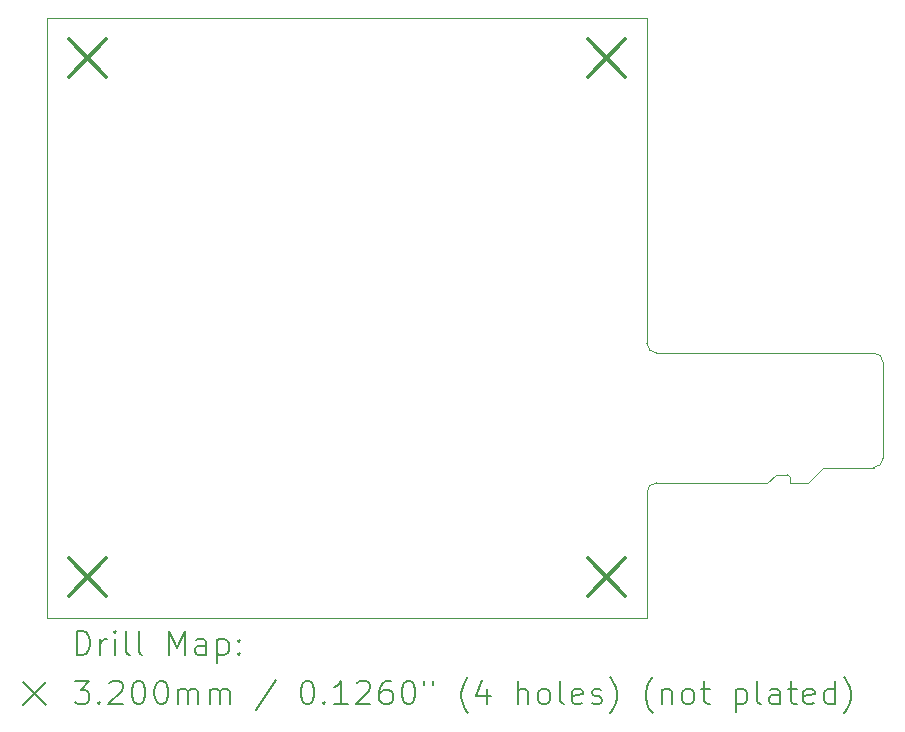
<source format=gbr>
%FSLAX45Y45*%
G04 Gerber Fmt 4.5, Leading zero omitted, Abs format (unit mm)*
G04 Created by KiCad (PCBNEW 6.0.0) date 2022-01-02 17:59:28*
%MOMM*%
%LPD*%
G01*
G04 APERTURE LIST*
%TA.AperFunction,Profile*%
%ADD10C,0.100000*%
%TD*%
%ADD11C,0.200000*%
%ADD12C,0.320000*%
G04 APERTURE END LIST*
D10*
X17272000Y-6985000D02*
X12192000Y-6985000D01*
X18482000Y-10875000D02*
X18482000Y-10925000D01*
X19272000Y-9905000D02*
G75*
G03*
X19192000Y-9825000I-80000J0D01*
G01*
X17272000Y-12065000D02*
X17272000Y-11005000D01*
X17352000Y-10925000D02*
X18292000Y-10925000D01*
X19192000Y-10795000D02*
G75*
G03*
X19272000Y-10715000I0J80000D01*
G01*
X19272000Y-10715000D02*
X19272000Y-9905000D01*
X18482000Y-10875000D02*
G75*
G03*
X18462000Y-10855000I-20000J0D01*
G01*
X12192000Y-6985000D02*
X12192000Y-12065000D01*
X18632000Y-10925000D02*
X18762000Y-10795000D01*
X19192000Y-9825000D02*
X17352000Y-9825000D01*
X17272000Y-12065000D02*
X12192000Y-12065000D01*
X17272000Y-9745000D02*
G75*
G03*
X17352000Y-9825000I80000J0D01*
G01*
X19192000Y-10795000D02*
X18762000Y-10795000D01*
X18482000Y-10925000D02*
X18632000Y-10925000D01*
X17352000Y-10925000D02*
G75*
G03*
X17272000Y-11005000I0J-80000D01*
G01*
X17272000Y-9715500D02*
X17272000Y-6985000D01*
X18362000Y-10855000D02*
X18462000Y-10855000D01*
X18362000Y-10855000D02*
X18292000Y-10925000D01*
X17272000Y-9745000D02*
X17272000Y-9715500D01*
D11*
D12*
X12374900Y-7167900D02*
X12694900Y-7487900D01*
X12694900Y-7167900D02*
X12374900Y-7487900D01*
X12374900Y-11562100D02*
X12694900Y-11882100D01*
X12694900Y-11562100D02*
X12374900Y-11882100D01*
X16769100Y-7167900D02*
X17089100Y-7487900D01*
X17089100Y-7167900D02*
X16769100Y-7487900D01*
X16769100Y-11562100D02*
X17089100Y-11882100D01*
X17089100Y-11562100D02*
X16769100Y-11882100D01*
D11*
X12444619Y-12380476D02*
X12444619Y-12180476D01*
X12492238Y-12180476D01*
X12520809Y-12190000D01*
X12539857Y-12209048D01*
X12549381Y-12228095D01*
X12558905Y-12266190D01*
X12558905Y-12294762D01*
X12549381Y-12332857D01*
X12539857Y-12351905D01*
X12520809Y-12370952D01*
X12492238Y-12380476D01*
X12444619Y-12380476D01*
X12644619Y-12380476D02*
X12644619Y-12247143D01*
X12644619Y-12285238D02*
X12654143Y-12266190D01*
X12663667Y-12256667D01*
X12682714Y-12247143D01*
X12701762Y-12247143D01*
X12768428Y-12380476D02*
X12768428Y-12247143D01*
X12768428Y-12180476D02*
X12758905Y-12190000D01*
X12768428Y-12199524D01*
X12777952Y-12190000D01*
X12768428Y-12180476D01*
X12768428Y-12199524D01*
X12892238Y-12380476D02*
X12873190Y-12370952D01*
X12863667Y-12351905D01*
X12863667Y-12180476D01*
X12997000Y-12380476D02*
X12977952Y-12370952D01*
X12968428Y-12351905D01*
X12968428Y-12180476D01*
X13225571Y-12380476D02*
X13225571Y-12180476D01*
X13292238Y-12323333D01*
X13358905Y-12180476D01*
X13358905Y-12380476D01*
X13539857Y-12380476D02*
X13539857Y-12275714D01*
X13530333Y-12256667D01*
X13511286Y-12247143D01*
X13473190Y-12247143D01*
X13454143Y-12256667D01*
X13539857Y-12370952D02*
X13520809Y-12380476D01*
X13473190Y-12380476D01*
X13454143Y-12370952D01*
X13444619Y-12351905D01*
X13444619Y-12332857D01*
X13454143Y-12313809D01*
X13473190Y-12304286D01*
X13520809Y-12304286D01*
X13539857Y-12294762D01*
X13635095Y-12247143D02*
X13635095Y-12447143D01*
X13635095Y-12256667D02*
X13654143Y-12247143D01*
X13692238Y-12247143D01*
X13711286Y-12256667D01*
X13720809Y-12266190D01*
X13730333Y-12285238D01*
X13730333Y-12342381D01*
X13720809Y-12361428D01*
X13711286Y-12370952D01*
X13692238Y-12380476D01*
X13654143Y-12380476D01*
X13635095Y-12370952D01*
X13816048Y-12361428D02*
X13825571Y-12370952D01*
X13816048Y-12380476D01*
X13806524Y-12370952D01*
X13816048Y-12361428D01*
X13816048Y-12380476D01*
X13816048Y-12256667D02*
X13825571Y-12266190D01*
X13816048Y-12275714D01*
X13806524Y-12266190D01*
X13816048Y-12256667D01*
X13816048Y-12275714D01*
X11987000Y-12610000D02*
X12187000Y-12810000D01*
X12187000Y-12610000D02*
X11987000Y-12810000D01*
X12425571Y-12600476D02*
X12549381Y-12600476D01*
X12482714Y-12676667D01*
X12511286Y-12676667D01*
X12530333Y-12686190D01*
X12539857Y-12695714D01*
X12549381Y-12714762D01*
X12549381Y-12762381D01*
X12539857Y-12781428D01*
X12530333Y-12790952D01*
X12511286Y-12800476D01*
X12454143Y-12800476D01*
X12435095Y-12790952D01*
X12425571Y-12781428D01*
X12635095Y-12781428D02*
X12644619Y-12790952D01*
X12635095Y-12800476D01*
X12625571Y-12790952D01*
X12635095Y-12781428D01*
X12635095Y-12800476D01*
X12720809Y-12619524D02*
X12730333Y-12610000D01*
X12749381Y-12600476D01*
X12797000Y-12600476D01*
X12816048Y-12610000D01*
X12825571Y-12619524D01*
X12835095Y-12638571D01*
X12835095Y-12657619D01*
X12825571Y-12686190D01*
X12711286Y-12800476D01*
X12835095Y-12800476D01*
X12958905Y-12600476D02*
X12977952Y-12600476D01*
X12997000Y-12610000D01*
X13006524Y-12619524D01*
X13016048Y-12638571D01*
X13025571Y-12676667D01*
X13025571Y-12724286D01*
X13016048Y-12762381D01*
X13006524Y-12781428D01*
X12997000Y-12790952D01*
X12977952Y-12800476D01*
X12958905Y-12800476D01*
X12939857Y-12790952D01*
X12930333Y-12781428D01*
X12920809Y-12762381D01*
X12911286Y-12724286D01*
X12911286Y-12676667D01*
X12920809Y-12638571D01*
X12930333Y-12619524D01*
X12939857Y-12610000D01*
X12958905Y-12600476D01*
X13149381Y-12600476D02*
X13168428Y-12600476D01*
X13187476Y-12610000D01*
X13197000Y-12619524D01*
X13206524Y-12638571D01*
X13216048Y-12676667D01*
X13216048Y-12724286D01*
X13206524Y-12762381D01*
X13197000Y-12781428D01*
X13187476Y-12790952D01*
X13168428Y-12800476D01*
X13149381Y-12800476D01*
X13130333Y-12790952D01*
X13120809Y-12781428D01*
X13111286Y-12762381D01*
X13101762Y-12724286D01*
X13101762Y-12676667D01*
X13111286Y-12638571D01*
X13120809Y-12619524D01*
X13130333Y-12610000D01*
X13149381Y-12600476D01*
X13301762Y-12800476D02*
X13301762Y-12667143D01*
X13301762Y-12686190D02*
X13311286Y-12676667D01*
X13330333Y-12667143D01*
X13358905Y-12667143D01*
X13377952Y-12676667D01*
X13387476Y-12695714D01*
X13387476Y-12800476D01*
X13387476Y-12695714D02*
X13397000Y-12676667D01*
X13416048Y-12667143D01*
X13444619Y-12667143D01*
X13463667Y-12676667D01*
X13473190Y-12695714D01*
X13473190Y-12800476D01*
X13568428Y-12800476D02*
X13568428Y-12667143D01*
X13568428Y-12686190D02*
X13577952Y-12676667D01*
X13597000Y-12667143D01*
X13625571Y-12667143D01*
X13644619Y-12676667D01*
X13654143Y-12695714D01*
X13654143Y-12800476D01*
X13654143Y-12695714D02*
X13663667Y-12676667D01*
X13682714Y-12667143D01*
X13711286Y-12667143D01*
X13730333Y-12676667D01*
X13739857Y-12695714D01*
X13739857Y-12800476D01*
X14130333Y-12590952D02*
X13958905Y-12848095D01*
X14387476Y-12600476D02*
X14406524Y-12600476D01*
X14425571Y-12610000D01*
X14435095Y-12619524D01*
X14444619Y-12638571D01*
X14454143Y-12676667D01*
X14454143Y-12724286D01*
X14444619Y-12762381D01*
X14435095Y-12781428D01*
X14425571Y-12790952D01*
X14406524Y-12800476D01*
X14387476Y-12800476D01*
X14368428Y-12790952D01*
X14358905Y-12781428D01*
X14349381Y-12762381D01*
X14339857Y-12724286D01*
X14339857Y-12676667D01*
X14349381Y-12638571D01*
X14358905Y-12619524D01*
X14368428Y-12610000D01*
X14387476Y-12600476D01*
X14539857Y-12781428D02*
X14549381Y-12790952D01*
X14539857Y-12800476D01*
X14530333Y-12790952D01*
X14539857Y-12781428D01*
X14539857Y-12800476D01*
X14739857Y-12800476D02*
X14625571Y-12800476D01*
X14682714Y-12800476D02*
X14682714Y-12600476D01*
X14663667Y-12629048D01*
X14644619Y-12648095D01*
X14625571Y-12657619D01*
X14816048Y-12619524D02*
X14825571Y-12610000D01*
X14844619Y-12600476D01*
X14892238Y-12600476D01*
X14911286Y-12610000D01*
X14920809Y-12619524D01*
X14930333Y-12638571D01*
X14930333Y-12657619D01*
X14920809Y-12686190D01*
X14806524Y-12800476D01*
X14930333Y-12800476D01*
X15101762Y-12600476D02*
X15063667Y-12600476D01*
X15044619Y-12610000D01*
X15035095Y-12619524D01*
X15016048Y-12648095D01*
X15006524Y-12686190D01*
X15006524Y-12762381D01*
X15016048Y-12781428D01*
X15025571Y-12790952D01*
X15044619Y-12800476D01*
X15082714Y-12800476D01*
X15101762Y-12790952D01*
X15111286Y-12781428D01*
X15120809Y-12762381D01*
X15120809Y-12714762D01*
X15111286Y-12695714D01*
X15101762Y-12686190D01*
X15082714Y-12676667D01*
X15044619Y-12676667D01*
X15025571Y-12686190D01*
X15016048Y-12695714D01*
X15006524Y-12714762D01*
X15244619Y-12600476D02*
X15263667Y-12600476D01*
X15282714Y-12610000D01*
X15292238Y-12619524D01*
X15301762Y-12638571D01*
X15311286Y-12676667D01*
X15311286Y-12724286D01*
X15301762Y-12762381D01*
X15292238Y-12781428D01*
X15282714Y-12790952D01*
X15263667Y-12800476D01*
X15244619Y-12800476D01*
X15225571Y-12790952D01*
X15216048Y-12781428D01*
X15206524Y-12762381D01*
X15197000Y-12724286D01*
X15197000Y-12676667D01*
X15206524Y-12638571D01*
X15216048Y-12619524D01*
X15225571Y-12610000D01*
X15244619Y-12600476D01*
X15387476Y-12600476D02*
X15387476Y-12638571D01*
X15463667Y-12600476D02*
X15463667Y-12638571D01*
X15758905Y-12876667D02*
X15749381Y-12867143D01*
X15730333Y-12838571D01*
X15720809Y-12819524D01*
X15711286Y-12790952D01*
X15701762Y-12743333D01*
X15701762Y-12705238D01*
X15711286Y-12657619D01*
X15720809Y-12629048D01*
X15730333Y-12610000D01*
X15749381Y-12581428D01*
X15758905Y-12571905D01*
X15920809Y-12667143D02*
X15920809Y-12800476D01*
X15873190Y-12590952D02*
X15825571Y-12733809D01*
X15949381Y-12733809D01*
X16177952Y-12800476D02*
X16177952Y-12600476D01*
X16263667Y-12800476D02*
X16263667Y-12695714D01*
X16254143Y-12676667D01*
X16235095Y-12667143D01*
X16206524Y-12667143D01*
X16187476Y-12676667D01*
X16177952Y-12686190D01*
X16387476Y-12800476D02*
X16368428Y-12790952D01*
X16358905Y-12781428D01*
X16349381Y-12762381D01*
X16349381Y-12705238D01*
X16358905Y-12686190D01*
X16368428Y-12676667D01*
X16387476Y-12667143D01*
X16416048Y-12667143D01*
X16435095Y-12676667D01*
X16444619Y-12686190D01*
X16454143Y-12705238D01*
X16454143Y-12762381D01*
X16444619Y-12781428D01*
X16435095Y-12790952D01*
X16416048Y-12800476D01*
X16387476Y-12800476D01*
X16568428Y-12800476D02*
X16549381Y-12790952D01*
X16539857Y-12771905D01*
X16539857Y-12600476D01*
X16720809Y-12790952D02*
X16701762Y-12800476D01*
X16663667Y-12800476D01*
X16644619Y-12790952D01*
X16635095Y-12771905D01*
X16635095Y-12695714D01*
X16644619Y-12676667D01*
X16663667Y-12667143D01*
X16701762Y-12667143D01*
X16720809Y-12676667D01*
X16730333Y-12695714D01*
X16730333Y-12714762D01*
X16635095Y-12733809D01*
X16806524Y-12790952D02*
X16825571Y-12800476D01*
X16863667Y-12800476D01*
X16882714Y-12790952D01*
X16892238Y-12771905D01*
X16892238Y-12762381D01*
X16882714Y-12743333D01*
X16863667Y-12733809D01*
X16835095Y-12733809D01*
X16816048Y-12724286D01*
X16806524Y-12705238D01*
X16806524Y-12695714D01*
X16816048Y-12676667D01*
X16835095Y-12667143D01*
X16863667Y-12667143D01*
X16882714Y-12676667D01*
X16958905Y-12876667D02*
X16968429Y-12867143D01*
X16987476Y-12838571D01*
X16997000Y-12819524D01*
X17006524Y-12790952D01*
X17016048Y-12743333D01*
X17016048Y-12705238D01*
X17006524Y-12657619D01*
X16997000Y-12629048D01*
X16987476Y-12610000D01*
X16968429Y-12581428D01*
X16958905Y-12571905D01*
X17320810Y-12876667D02*
X17311286Y-12867143D01*
X17292238Y-12838571D01*
X17282714Y-12819524D01*
X17273190Y-12790952D01*
X17263667Y-12743333D01*
X17263667Y-12705238D01*
X17273190Y-12657619D01*
X17282714Y-12629048D01*
X17292238Y-12610000D01*
X17311286Y-12581428D01*
X17320810Y-12571905D01*
X17397000Y-12667143D02*
X17397000Y-12800476D01*
X17397000Y-12686190D02*
X17406524Y-12676667D01*
X17425571Y-12667143D01*
X17454143Y-12667143D01*
X17473190Y-12676667D01*
X17482714Y-12695714D01*
X17482714Y-12800476D01*
X17606524Y-12800476D02*
X17587476Y-12790952D01*
X17577952Y-12781428D01*
X17568429Y-12762381D01*
X17568429Y-12705238D01*
X17577952Y-12686190D01*
X17587476Y-12676667D01*
X17606524Y-12667143D01*
X17635095Y-12667143D01*
X17654143Y-12676667D01*
X17663667Y-12686190D01*
X17673190Y-12705238D01*
X17673190Y-12762381D01*
X17663667Y-12781428D01*
X17654143Y-12790952D01*
X17635095Y-12800476D01*
X17606524Y-12800476D01*
X17730333Y-12667143D02*
X17806524Y-12667143D01*
X17758905Y-12600476D02*
X17758905Y-12771905D01*
X17768429Y-12790952D01*
X17787476Y-12800476D01*
X17806524Y-12800476D01*
X18025571Y-12667143D02*
X18025571Y-12867143D01*
X18025571Y-12676667D02*
X18044619Y-12667143D01*
X18082714Y-12667143D01*
X18101762Y-12676667D01*
X18111286Y-12686190D01*
X18120810Y-12705238D01*
X18120810Y-12762381D01*
X18111286Y-12781428D01*
X18101762Y-12790952D01*
X18082714Y-12800476D01*
X18044619Y-12800476D01*
X18025571Y-12790952D01*
X18235095Y-12800476D02*
X18216048Y-12790952D01*
X18206524Y-12771905D01*
X18206524Y-12600476D01*
X18397000Y-12800476D02*
X18397000Y-12695714D01*
X18387476Y-12676667D01*
X18368429Y-12667143D01*
X18330333Y-12667143D01*
X18311286Y-12676667D01*
X18397000Y-12790952D02*
X18377952Y-12800476D01*
X18330333Y-12800476D01*
X18311286Y-12790952D01*
X18301762Y-12771905D01*
X18301762Y-12752857D01*
X18311286Y-12733809D01*
X18330333Y-12724286D01*
X18377952Y-12724286D01*
X18397000Y-12714762D01*
X18463667Y-12667143D02*
X18539857Y-12667143D01*
X18492238Y-12600476D02*
X18492238Y-12771905D01*
X18501762Y-12790952D01*
X18520810Y-12800476D01*
X18539857Y-12800476D01*
X18682714Y-12790952D02*
X18663667Y-12800476D01*
X18625571Y-12800476D01*
X18606524Y-12790952D01*
X18597000Y-12771905D01*
X18597000Y-12695714D01*
X18606524Y-12676667D01*
X18625571Y-12667143D01*
X18663667Y-12667143D01*
X18682714Y-12676667D01*
X18692238Y-12695714D01*
X18692238Y-12714762D01*
X18597000Y-12733809D01*
X18863667Y-12800476D02*
X18863667Y-12600476D01*
X18863667Y-12790952D02*
X18844619Y-12800476D01*
X18806524Y-12800476D01*
X18787476Y-12790952D01*
X18777952Y-12781428D01*
X18768429Y-12762381D01*
X18768429Y-12705238D01*
X18777952Y-12686190D01*
X18787476Y-12676667D01*
X18806524Y-12667143D01*
X18844619Y-12667143D01*
X18863667Y-12676667D01*
X18939857Y-12876667D02*
X18949381Y-12867143D01*
X18968429Y-12838571D01*
X18977952Y-12819524D01*
X18987476Y-12790952D01*
X18997000Y-12743333D01*
X18997000Y-12705238D01*
X18987476Y-12657619D01*
X18977952Y-12629048D01*
X18968429Y-12610000D01*
X18949381Y-12581428D01*
X18939857Y-12571905D01*
M02*

</source>
